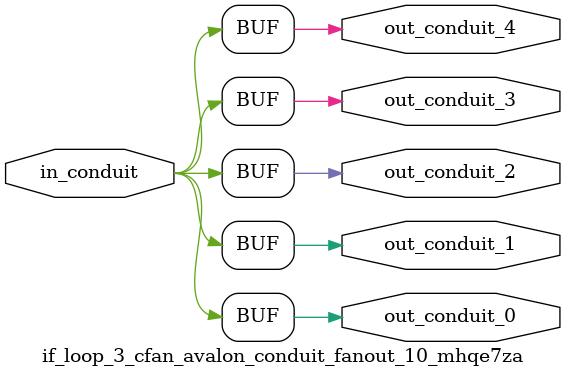
<source format=sv>


 


// --------------------------------------------------------------------------------
//| Avalon Conduit Fan-Out
// --------------------------------------------------------------------------------

// ------------------------------------------
// Generation parameters:
//   output_name:       if_loop_3_cfan_avalon_conduit_fanout_10_mhqe7za
//   numFanOut:         5
//   
// ------------------------------------------

module if_loop_3_cfan_avalon_conduit_fanout_10_mhqe7za (     

// Interface: out_conduit_0
 output                    out_conduit_0,
// Interface: out_conduit_1
 output                    out_conduit_1,
// Interface: out_conduit_2
 output                    out_conduit_2,
// Interface: out_conduit_3
 output                    out_conduit_3,
// Interface: out_conduit_4
 output                    out_conduit_4,

// Interface: in_conduit
 input                   in_conduit

);

   assign  out_conduit_0 = in_conduit;
   assign  out_conduit_1 = in_conduit;
   assign  out_conduit_2 = in_conduit;
   assign  out_conduit_3 = in_conduit;
   assign  out_conduit_4 = in_conduit;

endmodule //


</source>
